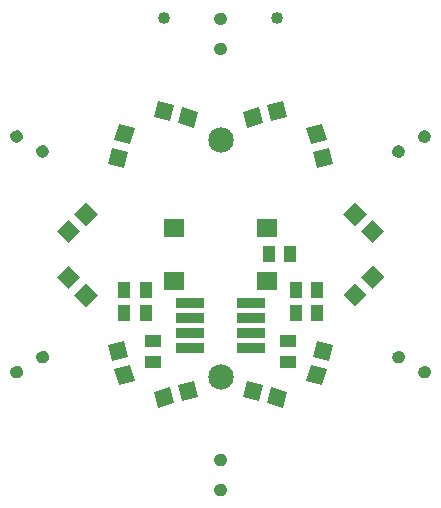
<source format=gts>
G75*
%MOIN*%
%OFA0B0*%
%FSLAX25Y25*%
%IPPOS*%
%LPD*%
%AMOC8*
5,1,8,0,0,1.08239X$1,22.5*
%
%ADD10R,0.09500X0.03200*%
%ADD11C,0.00500*%
%ADD12R,0.05524X0.05524*%
%ADD13C,0.08477*%
%ADD14R,0.06902X0.05918*%
%ADD15R,0.03950X0.05524*%
%ADD16R,0.05524X0.03950*%
%ADD17C,0.04000*%
D10*
X0076529Y0068894D03*
X0076529Y0073894D03*
X0076529Y0078894D03*
X0076529Y0083894D03*
X0097129Y0083894D03*
X0097129Y0078894D03*
X0097129Y0073894D03*
X0097129Y0068894D03*
D11*
X0018275Y0059083D02*
X0017932Y0059254D01*
X0017636Y0059497D01*
X0017402Y0059800D01*
X0017232Y0060164D01*
X0017147Y0060557D01*
X0017152Y0060959D01*
X0017246Y0061350D01*
X0017425Y0061710D01*
X0017680Y0062021D01*
X0017997Y0062268D01*
X0018363Y0062420D01*
X0018754Y0062488D01*
X0019149Y0062466D01*
X0019530Y0062357D01*
X0019878Y0062166D01*
X0020174Y0061902D01*
X0020404Y0061580D01*
X0020555Y0061224D01*
X0020624Y0060844D01*
X0020606Y0060458D01*
X0020503Y0060086D01*
X0020319Y0059746D01*
X0020065Y0059455D01*
X0019752Y0059229D01*
X0019405Y0059067D01*
X0019030Y0058987D01*
X0018647Y0058993D01*
X0018275Y0059083D01*
X0017733Y0059418D02*
X0020013Y0059418D01*
X0020411Y0059916D02*
X0017347Y0059916D01*
X0017178Y0060415D02*
X0020594Y0060415D01*
X0020611Y0060913D02*
X0017151Y0060913D01*
X0017277Y0061412D02*
X0020475Y0061412D01*
X0020165Y0061910D02*
X0017589Y0061910D01*
X0018335Y0062409D02*
X0019349Y0062409D01*
X0025892Y0065164D02*
X0025807Y0065557D01*
X0025812Y0065959D01*
X0025907Y0066350D01*
X0026085Y0066710D01*
X0026340Y0067021D01*
X0026657Y0067268D01*
X0027023Y0067420D01*
X0027414Y0067488D01*
X0027810Y0067466D01*
X0028191Y0067357D01*
X0028538Y0067166D01*
X0028834Y0066902D01*
X0029064Y0066580D01*
X0029215Y0066224D01*
X0029284Y0065844D01*
X0029266Y0065458D01*
X0029163Y0065086D01*
X0028980Y0064746D01*
X0028725Y0064455D01*
X0028412Y0064229D01*
X0028065Y0064067D01*
X0027690Y0063987D01*
X0027307Y0063993D01*
X0026935Y0064083D01*
X0026592Y0064254D01*
X0026296Y0064497D01*
X0026062Y0064800D01*
X0025892Y0065164D01*
X0025841Y0065400D02*
X0029250Y0065400D01*
X0029274Y0065899D02*
X0025811Y0065899D01*
X0025930Y0066397D02*
X0029142Y0066397D01*
X0028839Y0066896D02*
X0026237Y0066896D01*
X0026960Y0067394D02*
X0028061Y0067394D01*
X0029064Y0064901D02*
X0026014Y0064901D01*
X0026411Y0064403D02*
X0028653Y0064403D01*
X0085120Y0031885D02*
X0085069Y0031492D01*
X0085124Y0031094D01*
X0085267Y0030718D01*
X0085489Y0030383D01*
X0085780Y0030106D01*
X0086126Y0029900D01*
X0086509Y0029777D01*
X0086909Y0029742D01*
X0087289Y0029794D01*
X0087647Y0029929D01*
X0087967Y0030140D01*
X0088231Y0030417D01*
X0088427Y0030746D01*
X0088545Y0031111D01*
X0088579Y0031492D01*
X0088539Y0031876D01*
X0088415Y0032242D01*
X0088212Y0032571D01*
X0087941Y0032846D01*
X0087616Y0033055D01*
X0087253Y0033185D01*
X0086869Y0033232D01*
X0086474Y0033194D01*
X0086098Y0033070D01*
X0085759Y0032864D01*
X0085474Y0032589D01*
X0085258Y0032257D01*
X0085120Y0031885D01*
X0085163Y0032000D02*
X0088497Y0032000D01*
X0088578Y0031501D02*
X0085071Y0031501D01*
X0085159Y0031003D02*
X0088510Y0031003D01*
X0088283Y0030504D02*
X0085408Y0030504D01*
X0085949Y0030006D02*
X0087764Y0030006D01*
X0088257Y0032498D02*
X0085415Y0032498D01*
X0085978Y0032997D02*
X0087707Y0032997D01*
X0086869Y0023232D02*
X0086474Y0023194D01*
X0086098Y0023070D01*
X0085759Y0022864D01*
X0085474Y0022589D01*
X0085258Y0022257D01*
X0085120Y0021885D01*
X0085069Y0021492D01*
X0085124Y0021094D01*
X0085267Y0020718D01*
X0085489Y0020383D01*
X0085780Y0020106D01*
X0086126Y0019900D01*
X0086509Y0019777D01*
X0086909Y0019742D01*
X0087289Y0019794D01*
X0087647Y0019929D01*
X0087967Y0020140D01*
X0088231Y0020417D01*
X0088427Y0020746D01*
X0088545Y0021111D01*
X0088579Y0021492D01*
X0088539Y0021876D01*
X0088415Y0022242D01*
X0088212Y0022571D01*
X0087941Y0022846D01*
X0087616Y0023055D01*
X0087253Y0023185D01*
X0086869Y0023232D01*
X0087660Y0023027D02*
X0086027Y0023027D01*
X0085434Y0022528D02*
X0088239Y0022528D01*
X0088487Y0022030D02*
X0085174Y0022030D01*
X0085074Y0021531D02*
X0088575Y0021531D01*
X0088520Y0021032D02*
X0085148Y0021032D01*
X0085389Y0020534D02*
X0088301Y0020534D01*
X0087809Y0020035D02*
X0085899Y0020035D01*
X0144712Y0064785D02*
X0144533Y0065139D01*
X0144437Y0065523D01*
X0144429Y0065919D01*
X0144509Y0066308D01*
X0144674Y0066668D01*
X0144906Y0066977D01*
X0145201Y0067226D01*
X0145544Y0067404D01*
X0145918Y0067501D01*
X0146304Y0067512D01*
X0146683Y0067437D01*
X0147036Y0067279D01*
X0147349Y0067059D01*
X0147606Y0066775D01*
X0147792Y0066440D01*
X0147900Y0066073D01*
X0147923Y0065690D01*
X0147861Y0065313D01*
X0147716Y0064958D01*
X0147485Y0064629D01*
X0147187Y0064359D01*
X0146837Y0064162D01*
X0146451Y0064048D01*
X0146050Y0064023D01*
X0145653Y0064088D01*
X0145281Y0064240D01*
X0144966Y0064480D01*
X0144712Y0064785D01*
X0144653Y0064901D02*
X0147677Y0064901D01*
X0147875Y0065400D02*
X0144468Y0065400D01*
X0144429Y0065899D02*
X0147911Y0065899D01*
X0147805Y0066397D02*
X0144550Y0066397D01*
X0144845Y0066896D02*
X0147497Y0066896D01*
X0146779Y0067394D02*
X0145524Y0067394D01*
X0145067Y0064403D02*
X0147236Y0064403D01*
X0153334Y0061668D02*
X0153566Y0061977D01*
X0153861Y0062226D01*
X0154204Y0062404D01*
X0154578Y0062501D01*
X0154964Y0062512D01*
X0155343Y0062437D01*
X0155696Y0062279D01*
X0156009Y0062059D01*
X0156266Y0061775D01*
X0156453Y0061440D01*
X0156560Y0061073D01*
X0156584Y0060690D01*
X0156521Y0060313D01*
X0156376Y0059958D01*
X0156146Y0059629D01*
X0155848Y0059359D01*
X0155497Y0059162D01*
X0155111Y0059048D01*
X0154710Y0059023D01*
X0154313Y0059088D01*
X0153941Y0059240D01*
X0153626Y0059480D01*
X0153373Y0059785D01*
X0153193Y0060139D01*
X0153097Y0060523D01*
X0153089Y0060919D01*
X0153169Y0061308D01*
X0153334Y0061668D01*
X0153217Y0061412D02*
X0156461Y0061412D01*
X0156570Y0060913D02*
X0153089Y0060913D01*
X0153124Y0060415D02*
X0156538Y0060415D01*
X0156347Y0059916D02*
X0153306Y0059916D01*
X0153708Y0059418D02*
X0155913Y0059418D01*
X0156143Y0061910D02*
X0153516Y0061910D01*
X0154223Y0062409D02*
X0155406Y0062409D01*
X0146284Y0132544D02*
X0145888Y0132565D01*
X0145507Y0132674D01*
X0145160Y0132866D01*
X0144864Y0133129D01*
X0144634Y0133452D01*
X0144483Y0133807D01*
X0144414Y0134187D01*
X0144432Y0134573D01*
X0144535Y0134946D01*
X0144718Y0135286D01*
X0144973Y0135576D01*
X0145286Y0135803D01*
X0145633Y0135964D01*
X0146008Y0136044D01*
X0146391Y0136039D01*
X0146763Y0135948D01*
X0147105Y0135777D01*
X0147402Y0135534D01*
X0147636Y0135232D01*
X0147806Y0134867D01*
X0147891Y0134474D01*
X0147886Y0134072D01*
X0147791Y0133681D01*
X0147612Y0133321D01*
X0147358Y0133010D01*
X0147040Y0132763D01*
X0146675Y0132611D01*
X0146284Y0132544D01*
X0146886Y0132699D02*
X0145463Y0132699D01*
X0144815Y0133198D02*
X0147511Y0133198D01*
X0147795Y0133696D02*
X0144530Y0133696D01*
X0144414Y0134195D02*
X0147887Y0134195D01*
X0147844Y0134693D02*
X0144465Y0134693D01*
X0144668Y0135192D02*
X0147655Y0135192D01*
X0147212Y0135690D02*
X0145130Y0135690D01*
X0153143Y0138807D02*
X0153074Y0139187D01*
X0153092Y0139573D01*
X0153195Y0139946D01*
X0153379Y0140286D01*
X0153633Y0140576D01*
X0153946Y0140803D01*
X0154293Y0140964D01*
X0154668Y0141044D01*
X0155051Y0141039D01*
X0155423Y0140948D01*
X0155766Y0140777D01*
X0156062Y0140534D01*
X0156296Y0140232D01*
X0156466Y0139867D01*
X0156551Y0139474D01*
X0156546Y0139072D01*
X0156452Y0138681D01*
X0153197Y0138681D01*
X0153143Y0138807D02*
X0153294Y0138452D01*
X0153524Y0138129D01*
X0153820Y0137866D01*
X0154167Y0137674D01*
X0154548Y0137565D01*
X0154944Y0137544D01*
X0155335Y0137611D01*
X0155701Y0137763D01*
X0156018Y0138010D01*
X0156273Y0138321D01*
X0156452Y0138681D01*
X0156547Y0139180D02*
X0153076Y0139180D01*
X0153121Y0139678D02*
X0156507Y0139678D01*
X0156322Y0140177D02*
X0153320Y0140177D01*
X0153770Y0140675D02*
X0155890Y0140675D01*
X0156159Y0138183D02*
X0153486Y0138183D01*
X0154150Y0137684D02*
X0155511Y0137684D01*
X0088538Y0168146D02*
X0088589Y0168539D01*
X0088534Y0168938D01*
X0088392Y0169314D01*
X0088170Y0169649D01*
X0087878Y0169926D01*
X0087533Y0170131D01*
X0087150Y0170254D01*
X0086749Y0170289D01*
X0086370Y0170238D01*
X0086011Y0170103D01*
X0085692Y0169891D01*
X0085427Y0169614D01*
X0085231Y0169285D01*
X0085113Y0168921D01*
X0085079Y0168539D01*
X0085119Y0168155D01*
X0085244Y0167789D01*
X0085446Y0167461D01*
X0085717Y0167185D01*
X0086042Y0166977D01*
X0086406Y0166846D01*
X0086790Y0166800D01*
X0087184Y0166837D01*
X0087560Y0166962D01*
X0087899Y0167167D01*
X0088184Y0167443D01*
X0088401Y0167774D01*
X0088538Y0168146D01*
X0088519Y0168093D02*
X0085140Y0168093D01*
X0085084Y0168592D02*
X0088582Y0168592D01*
X0088476Y0169090D02*
X0085168Y0169090D01*
X0085412Y0169589D02*
X0088209Y0169589D01*
X0087606Y0170087D02*
X0085988Y0170087D01*
X0085364Y0167595D02*
X0088284Y0167595D01*
X0087783Y0167096D02*
X0085856Y0167096D01*
X0086790Y0176800D02*
X0086406Y0176846D01*
X0086042Y0176977D01*
X0085717Y0177185D01*
X0085446Y0177461D01*
X0085244Y0177789D01*
X0085119Y0178155D01*
X0085079Y0178539D01*
X0085113Y0178921D01*
X0085231Y0179285D01*
X0085427Y0179614D01*
X0085692Y0179891D01*
X0086011Y0180103D01*
X0086370Y0180238D01*
X0086749Y0180289D01*
X0087150Y0180254D01*
X0087533Y0180131D01*
X0087878Y0179926D01*
X0088170Y0179649D01*
X0088392Y0179314D01*
X0088534Y0178938D01*
X0088589Y0178539D01*
X0088538Y0178146D01*
X0088401Y0177774D01*
X0088184Y0177443D01*
X0087899Y0177167D01*
X0087560Y0176962D01*
X0087184Y0176837D01*
X0086790Y0176800D01*
X0085902Y0177067D02*
X0087733Y0177067D01*
X0088264Y0177565D02*
X0085382Y0177565D01*
X0085150Y0178064D02*
X0088508Y0178064D01*
X0088586Y0178562D02*
X0085081Y0178562D01*
X0085158Y0179061D02*
X0088488Y0179061D01*
X0088229Y0179559D02*
X0085394Y0179559D01*
X0085943Y0180058D02*
X0087656Y0180058D01*
X0028946Y0135305D02*
X0029125Y0134952D01*
X0029222Y0134567D01*
X0029230Y0134171D01*
X0029149Y0133783D01*
X0028985Y0133422D01*
X0028753Y0133114D01*
X0028458Y0132864D01*
X0028115Y0132687D01*
X0027741Y0132590D01*
X0027355Y0132579D01*
X0026976Y0132654D01*
X0026623Y0132811D01*
X0026310Y0133031D01*
X0026053Y0133316D01*
X0025866Y0133650D01*
X0025758Y0134018D01*
X0025735Y0134400D01*
X0025798Y0134778D01*
X0025942Y0135133D01*
X0026173Y0135462D01*
X0026471Y0135732D01*
X0026822Y0135928D01*
X0027207Y0136042D01*
X0027609Y0136067D01*
X0028005Y0136002D01*
X0028378Y0135851D01*
X0028693Y0135610D01*
X0028946Y0135305D01*
X0029004Y0135192D02*
X0025984Y0135192D01*
X0025783Y0134693D02*
X0029190Y0134693D01*
X0029229Y0134195D02*
X0025748Y0134195D01*
X0025853Y0133696D02*
X0029110Y0133696D01*
X0028816Y0133198D02*
X0026160Y0133198D01*
X0026874Y0132699D02*
X0028139Y0132699D01*
X0028588Y0135690D02*
X0026425Y0135690D01*
X0020325Y0138422D02*
X0020093Y0138114D01*
X0019798Y0137864D01*
X0019455Y0137687D01*
X0019081Y0137590D01*
X0018694Y0137579D01*
X0018315Y0137654D01*
X0017963Y0137811D01*
X0017649Y0138031D01*
X0017393Y0138316D01*
X0017206Y0138650D01*
X0017098Y0139018D01*
X0017075Y0139400D01*
X0017137Y0139778D01*
X0017282Y0140133D01*
X0017513Y0140462D01*
X0017811Y0140732D01*
X0018162Y0140928D01*
X0018547Y0141042D01*
X0018948Y0141067D01*
X0019345Y0141002D01*
X0019718Y0140851D01*
X0020033Y0140610D01*
X0020286Y0140305D01*
X0020465Y0139952D01*
X0020561Y0139567D01*
X0020569Y0139171D01*
X0020489Y0138783D01*
X0020325Y0138422D01*
X0020443Y0138681D02*
X0017197Y0138681D01*
X0017088Y0139180D02*
X0020569Y0139180D01*
X0020534Y0139678D02*
X0017121Y0139678D01*
X0017313Y0140177D02*
X0020351Y0140177D01*
X0019947Y0140675D02*
X0017748Y0140675D01*
X0017513Y0138183D02*
X0020144Y0138183D01*
X0019445Y0137684D02*
X0018247Y0137684D01*
D12*
G36*
X0041937Y0109584D02*
X0038031Y0113490D01*
X0041937Y0117396D01*
X0045843Y0113490D01*
X0041937Y0109584D01*
G37*
G36*
X0036091Y0103738D02*
X0032185Y0107644D01*
X0036091Y0111550D01*
X0039997Y0107644D01*
X0036091Y0103738D01*
G37*
G36*
X0039997Y0092309D02*
X0036091Y0088403D01*
X0032185Y0092309D01*
X0036091Y0096215D01*
X0039997Y0092309D01*
G37*
G36*
X0045843Y0086463D02*
X0041937Y0082557D01*
X0038031Y0086463D01*
X0041937Y0090369D01*
X0045843Y0086463D01*
G37*
G36*
X0056110Y0065934D02*
X0050775Y0064505D01*
X0049346Y0069840D01*
X0054681Y0071269D01*
X0056110Y0065934D01*
G37*
G36*
X0058250Y0057948D02*
X0052915Y0056519D01*
X0051486Y0061854D01*
X0056821Y0063283D01*
X0058250Y0057948D01*
G37*
G36*
X0070025Y0055674D02*
X0071454Y0050339D01*
X0066119Y0048910D01*
X0064690Y0054245D01*
X0070025Y0055674D01*
G37*
G36*
X0078011Y0057814D02*
X0079440Y0052479D01*
X0074105Y0051050D01*
X0072676Y0056385D01*
X0078011Y0057814D01*
G37*
G36*
X0094179Y0052440D02*
X0095608Y0057775D01*
X0100943Y0056346D01*
X0099514Y0051011D01*
X0094179Y0052440D01*
G37*
G36*
X0102165Y0050300D02*
X0103594Y0055635D01*
X0108929Y0054206D01*
X0107500Y0048871D01*
X0102165Y0050300D01*
G37*
G36*
X0116877Y0063263D02*
X0122212Y0061834D01*
X0120783Y0056499D01*
X0115448Y0057928D01*
X0116877Y0063263D01*
G37*
G36*
X0119017Y0071249D02*
X0124352Y0069820D01*
X0122923Y0064485D01*
X0117588Y0065914D01*
X0119017Y0071249D01*
G37*
G36*
X0131721Y0082635D02*
X0127815Y0086541D01*
X0131721Y0090447D01*
X0135627Y0086541D01*
X0131721Y0082635D01*
G37*
G36*
X0137567Y0088482D02*
X0133661Y0092388D01*
X0137567Y0096294D01*
X0141473Y0092388D01*
X0137567Y0088482D01*
G37*
G36*
X0141469Y0107683D02*
X0137563Y0103777D01*
X0133657Y0107683D01*
X0137563Y0111589D01*
X0141469Y0107683D01*
G37*
G36*
X0135623Y0113529D02*
X0131717Y0109623D01*
X0127811Y0113529D01*
X0131717Y0117435D01*
X0135623Y0113529D01*
G37*
G36*
X0124313Y0130211D02*
X0118978Y0128782D01*
X0117549Y0134117D01*
X0122884Y0135546D01*
X0124313Y0130211D01*
G37*
G36*
X0122173Y0138197D02*
X0116838Y0136768D01*
X0115409Y0142103D01*
X0120744Y0143532D01*
X0122173Y0138197D01*
G37*
G36*
X0103633Y0144397D02*
X0102204Y0149732D01*
X0107539Y0151161D01*
X0108968Y0145826D01*
X0103633Y0144397D01*
G37*
G36*
X0095647Y0142257D02*
X0094218Y0147592D01*
X0099553Y0149021D01*
X0100982Y0143686D01*
X0095647Y0142257D01*
G37*
G36*
X0072657Y0143686D02*
X0074086Y0149021D01*
X0079421Y0147592D01*
X0077992Y0142257D01*
X0072657Y0143686D01*
G37*
G36*
X0064671Y0145826D02*
X0066100Y0151161D01*
X0071435Y0149732D01*
X0070006Y0144397D01*
X0064671Y0145826D01*
G37*
G36*
X0052875Y0143532D02*
X0058210Y0142103D01*
X0056781Y0136768D01*
X0051446Y0138197D01*
X0052875Y0143532D01*
G37*
G36*
X0050735Y0135546D02*
X0056070Y0134117D01*
X0054641Y0128782D01*
X0049306Y0130211D01*
X0050735Y0135546D01*
G37*
D13*
X0086829Y0138008D03*
X0086829Y0059268D03*
D14*
X0071180Y0091157D03*
X0071180Y0108874D03*
X0102479Y0108874D03*
X0102479Y0091157D03*
D15*
X0102971Y0100016D03*
X0110058Y0100016D03*
X0111829Y0088205D03*
X0118916Y0088205D03*
X0118916Y0080331D03*
X0111829Y0080331D03*
X0061829Y0080331D03*
X0054743Y0080331D03*
X0054743Y0088205D03*
X0061829Y0088205D03*
D16*
X0064191Y0071079D03*
X0064191Y0063992D03*
X0109467Y0063992D03*
X0109467Y0071079D03*
D17*
X0105530Y0178756D03*
X0068128Y0178756D03*
M02*

</source>
